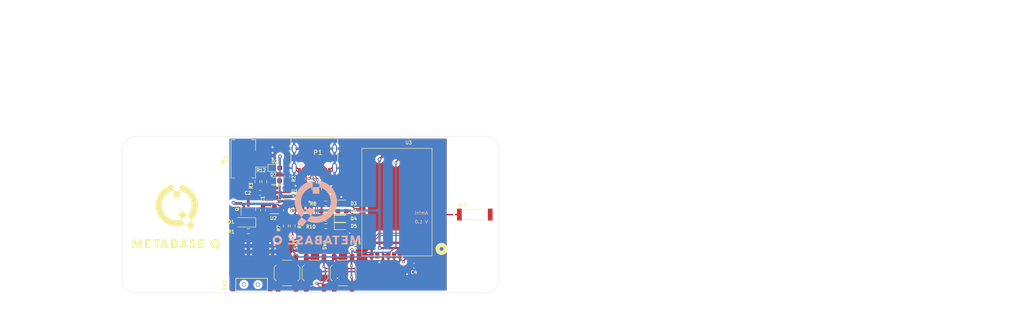
<source format=kicad_pcb>
(kicad_pcb (version 20211014) (generator pcbnew)
  (title_block (title "Hunter Cat NFC") (date "2021-01-20") (rev "v1.3") (company "Electronic Cats") (comment 1 "Eduardo Contreras"))
  (layers (0 "F.Cu" signal) (31 "B.Cu" signal) (34 "B.Paste" user) (35 "F.Paste" user) (36 "B.SilkS" user "B.Silkscreen") (37 "F.SilkS" user "F.Silkscreen") (38 "B.Mask" user) (39 "F.Mask" user) (44 "Edge.Cuts" user))
  (net 0 "")
  (net 1 "Net-(C1-Pad1)")
  (net 2 "GND")
  (net 3 "+BATT")
  (net 4 "+3V3")
  (net 5 "VBUS")
  (net 6 "Net-(D2-Pad1)")
  (net 7 "Net-(D3-Pad1)")
  (net 8 "/D13")
  (net 9 "Net-(D4-Pad1)")
  (net 10 "/D10")
  (net 11 "Net-(D5-Pad1)")
  (net 12 "/D11")
  (net 13 "Net-(D6-Pad1)")
  (net 14 "/D12")
  (net 15 "/D-")
  (net 16 "/D+")
  (net 17 "Net-(R2-Pad1)")
  (net 18 "/A0")
  (net 19 "/RST")
  (net 28 "Net-(U3-Pad15)")
  (net 32 "/D9")
  (net 33 "/D8")
  (net 44 "Net-(D1-Pad1)")
  (net 45 "Net-(D7-Pad2)")
  (net 46 "Net-(P1-PadA5)")
  (net 47 "Net-(P1-PadB5)")
  (net 48 "Net-(R12-Pad1)")
  (footprint "MountingHole:MountingHole_2.2mm_M2" (layer "F.Cu") (at 186.34 48.52)
    (fp_text reference "H3")
    (fp_text value "MountingHole")
  )
  (footprint "Capacitor_SMD:C_0603_1608Metric_Pad1.08x0.95mm_HandSolder" (layer "F.Cu") (at 171.14 73.18 180)
    (fp_text reference "C4")
    (fp_text value "0.1uF")
  )
  (footprint "Resistor_SMD:R_0603_1608Metric_Pad0.98x0.95mm_HandSolder" (layer "F.Cu") (at 137.67 55.2 90)
    (fp_text reference "R3")
    (fp_text value "1K")
  )
  (footprint "Diode_SMD:D_SOD-123" (layer "F.Cu") (at 135.07 63.92 180)
    (fp_text reference "D1")
    (fp_text value "MBR120")
  )
  (footprint "BLEscanner:Micro_interruptor_SPDT" (layer "F.Cu") (at 132.545 78.5825 90)
    (fp_text reference "SW2")
    (fp_text value "ON")
  )
  (footprint "BLEscanner:RAK4630" (layer "F.Cu") (at 167.51 59.6 90)
    (fp_text reference "U3")
    (fp_text value "RAK4630")
  )
  (footprint "MountingHole:MountingHole_2.2mm_M2" (layer "F.Cu") (at 186.34 76.01)
    (fp_text reference "H4")
    (fp_text value "MountingHole")
  )
  (footprint "Resistor_SMD:R_0603_1608Metric_Pad0.98x0.95mm_HandSolder" (layer "F.Cu") (at 144.03 54.16 90)
    (fp_text reference "R2")
    (fp_text value "2.2K")
  )
  (footprint "BLEscanner:metabaseQ_18_14" (layer "F.Cu") (at 120.26 62.79)
    (fp_text reference "G***" hide)
    (fp_text value "LOGO" hide)
  )
  (footprint "LED_SMD:LED_0603_1608Metric_Pad1.05x0.95mm_HandSolder" (layer "F.Cu") (at 155.77375 61.53)
    (fp_text reference "D6")
    (fp_text value "USR2")
  )
  (footprint "Resistor_SMD:R_0603_1608Metric_Pad0.98x0.95mm_HandSolder" (layer "F.Cu") (at 151.87 56.72 90)
    (fp_text reference "R4")
    (fp_text value "5.1k")
  )
  (footprint "Button_Switch_SMD:SW_SPST_TL3342" (layer "F.Cu") (at 156 74.75 90)
    (fp_text reference "SW1")
    (fp_text value "RESET")
  )
  (footprint "Package_TO_SOT_SMD:SOT-23" (layer "F.Cu") (at 135.73 60.81 90)
    (fp_text reference "Q1")
    (fp_text value "DMG3415U-7")
  )
  (footprint "Resistor_SMD:R_0603_1608Metric_Pad0.98x0.95mm_HandSolder" (layer "F.Cu") (at 139.14 55.2 90)
    (fp_text reference "R12")
    (fp_text value "1K")
  )
  (footprint "Capacitor_SMD:C_0603_1608Metric_Pad1.08x0.95mm_HandSolder" (layer "F.Cu") (at 138.27 57.59)
    (fp_text reference "C2")
    (fp_text value "10uF")
  )
  (footprint "LED_SMD:LED_0603_1608Metric_Pad1.05x0.95mm_HandSolder" (layer "F.Cu") (at 155.77375 59.91)
    (fp_text reference "D3")
    (fp_text value "USR1")
  )
  (footprint "Resistor_SMD:R_0603_1608Metric_Pad0.98x0.95mm_HandSolder" (layer "F.Cu") (at 152.2725 63.15 180)
    (fp_text reference "R9")
    (fp_text value "1K")
  )
  (footprint "Capacitor_SMD:C_0603_1608Metric_Pad1.08x0.95mm_HandSolder" (layer "F.Cu") (at 143.74125 61.365 -90)
    (fp_text reference "C3")
    (fp_text value "10uF")
  )
  (footprint "Connector_JST:JST_PH_B2B-PH-SM4-TB_1x02-1MP_P2.00mm_Vertical" (layer "F.Cu") (at 136.42 50.35 90)
    (fp_text reference "J1")
    (fp_text value "Conn_Battery")
  )
  (footprint "MountingHole:MountingHole_2.2mm_M2" (layer "F.Cu") (at 111.65 76.02)
    (fp_text reference "H2")
    (fp_text value "MountingHole")
  )
  (footprint "Button_Switch_SMD:SW_SPST_TL3342" (layer "F.Cu") (at 150 74.75 90)
    (fp_text reference "SW4")
    (fp_text value "D8")
  )
  (footprint "Resistor_SMD:R_0603_1608Metric_Pad0.98x0.95mm_HandSolder" (layer "F.Cu") (at 135.77 65.82)
    (fp_text reference "R1")
    (fp_text value "100K")
  )
  (footprint "LED_SMD:LED_0603_1608Metric_Pad1.05x0.95mm_HandSolder" (layer "F.Cu") (at 155.77375 64.74)
    (fp_text reference "D5")
    (fp_text value "USR4")
  )
  (footprint "Connectors:C393939" (layer "F.Cu") (at 149.85 52.31 180)
    (fp_text reference "P1")
    (fp_text value "USB_C_Plug_USB2.0")
  )
  (footprint "Package_TO_SOT_SMD:SOT-23-5" (layer "F.Cu") (at 142.57 57.54)
    (fp_text reference "U1")
    (fp_text value "MCP73831-3-OT")
  )
  (footprint "LED_SMD:LED_0603_1608Metric_Pad1.05x0.95mm_HandSolder" (layer "F.Cu") (at 141.5375 55.04 180)
    (fp_text reference "D7")
    (fp_text value "DONE")
  )
  (footprint "LED_SMD:LED_0603_1608Metric_Pad1.05x0.95mm_HandSolder" (layer "F.Cu") (at 155.77375 63.15)
    (fp_text reference "D4")
    (fp_text value "USR3")
  )
  (footprint "Resistor_SMD:R_0603_1608Metric_Pad0.98x0.95mm_HandSolder" (layer "F.Cu") (at 148.79 56.72 90)
    (fp_text reference "R5")
    (fp_text value "5.1k")
  )
  (footprint "Button_Switch_SMD:SW_SPST_TL3342" (layer "F.Cu") (at 144 74.75 90)
    (fp_text reference "SW3")
    (fp_text value "D9")
  )
  (footprint "Package_DFN_QFN:DFN-6-1EP_2x2mm_P0.65mm_EP1x1.6mm" (layer "F.Cu") (at 141.31125 60.975)
    (fp_text reference "U2")
    (fp_text value "MCP1700_DFN6")
  )
  (footprint "Resistor_SMD:R_0603_1608Metric_Pad0.98x0.95mm_HandSolder" (layer "F.Cu") (at 152.22 61.53 180)
    (fp_text reference "R11")
    (fp_text value "1K")
  )
  (footprint "BLEscanner:XDCR_ANT-2.45-CHP-T" (layer "F.Cu") (at 184.1575 62.265)
    (fp_text reference "AE1")
    (fp_text value "Antenna")
  )
  (footprint "LED_SMD:LED_0603_1608Metric_Pad1.05x0.95mm_HandSolder" (layer "F.Cu") (at 141.58 52.28)
    (fp_text reference "D2")
    (fp_text value "CHR")
  )
  (footprint "Resistor_SMD:R_0603_1608Metric_Pad0.98x0.95mm_HandSolder" (layer "F.Cu") (at 143.75 64.6875 90)
    (fp_text reference "R7")
    (fp_text value "100K")
  )
  (footprint "Resistor_SMD:R_0603_1608Metric_Pad0.98x0.95mm_HandSolder" (layer "F.Cu") (at 145.2 64.6875 -90)
    (fp_text reference "R6")
    (fp_text value "100K")
  )
  (footprint "Resistor_SMD:R_0603_1608Metric_Pad0.98x0.95mm_HandSolder" (layer "F.Cu") (at 152.27 59.9 180)
    (fp_text reference "R8")
    (fp_text value "1K")
  )
  (footprint "Capacitor_SMD:C_0603_1608Metric_Pad1.08x0.95mm_HandSolder" (layer "F.Cu") (at 138.87125 61.355 -90)
    (fp_text reference "C1")
    (fp_text value "10uF")
  )
  (footprint "MountingHole:MountingHole_2.2mm_M2" (layer "F.Cu") (at 111.65 48.52)
    (fp_text reference "H1")
    (fp_text value "MountingHole")
  )
  (footprint "Resistor_SMD:R_0603_1608Metric_Pad0.98x0.95mm_HandSolder" (layer "F.Cu") (at 152.31 64.74 180)
    (fp_text reference "R10")
    (fp_text value "1K")
  )
  (footprint "BLEscanner:metabaseQ_18_14" (layer "B.Cu") (at 150.33 62.02 180)
    (fp_text reference "G***" hide)
    (fp_text value "LOGO" hide)
  )
  (gr_line (start 186.34 79.01) (end 111.65 79.01) (layer "Edge.Cuts") (width 0.05))
  (gr_arc (start 186.34 45.52) (mid 188.46132 46.39868) (end 189.34 48.52) (layer "Edge.Cuts") (width 0.05))
  (gr_arc (start 189.34 76.01) (mid 188.46132 78.13132) (end 186.34 79.01) (layer "Edge.Cuts") (width 0.05))
  (gr_line (start 189.34 48.52) (end 189.34 76.01) (layer "Edge.Cuts") (width 0.05))
  (gr_line (start 108.65 76.01) (end 108.65 48.52) (layer "Edge.Cuts") (width 0.05))
  (gr_arc (start 111.65 79.01) (mid 109.52868 78.13132) (end 108.65 76.01) (layer "Edge.Cuts") (width 0.05))
  (gr_arc (start 108.65 48.52) (mid 109.52868 46.39868) (end 111.65 45.52) (layer "Edge.Cuts") (width 0.05))
  (gr_line (start 111.65 45.52) (end 186.34 45.52) (layer "Edge.Cuts") (width 0.05))
  (gr_text "V 1.0" (at 172.72 63.82) (layer "B.SilkS") (effects (font (size 0.7 0.7) (thickness 0.12)) (justify mirror)))
  (gr_text "Amini" (at 172.72 61.9) (layer "B.SilkS") (effects (font (size 0.7 0.7) (thickness 0.12)) (justify mirror)))
  (gr_text "+" (at 130.25 51.02) (layer "F.SilkS") (effects (font (size 1 1) (thickness 0.25)) (justify mirror)))
  (segment (start 137.75 61.61375) (end 138.87125 60.4925) (width 0.5) (layer "F.Cu") (net 1))
  (segment (start 138.545 75.3825) (end 139.09 74.8375) (width 0.5) (layer "F.Cu") (net 1))
  (segment (start 137.75 63.65) (end 137.75 61.61375) (width 0.5) (layer "F.Cu") (net 1))
  (segment (start 140.26125 60.325) (end 139.03875 60.325) (width 0.25) (layer "F.Cu") (net 1))
  (segment (start 139.03875 60.325) (end 138.87125 60.4925) (width 0.25) (layer "F.Cu") (net 1))
  (segment (start 139.09 74.8375) (end 139.09 64.99) (width 0.5) (layer "F.Cu") (net 1))
  (segment (start 139.09 64.99) (end 137.75 63.65) (width 0.5) (layer "F.Cu") (net 1))
  (segment (start 154.16 72.2) (end 154.16 71.66) (width 0.35) (layer "F.Cu") (net 2))
  (segment (start 141.4325 57.54) (end 139.0925 57.54) (width 0.25) (layer "F.Cu") (net 2))
  (segment (start 169.6875 75.0125) (end 169.68 75.02) (width 0.5) (layer "F.Cu") (net 2))
  (segment (start 169.6875 73.77) (end 169.6875 75.0125) (width 0.5) (layer "F.Cu") (net 2))
  (segment (start 154.16 71.66) (end 154.1 71.6) (width 0.35) (layer "F.Cu") (net 2))
  (segment (start 153.05 53.135) (end 153.345 53.135) (width 0.25) (layer "F.Cu") (net 2))
  (segment (start 142.315 53.925) (end 142.34 53.9) (width 0.25) (layer "F.Cu") (net 2))
  (segment (start 142.34 53.9) (end 143.0675 53.9) (width 0.3) (layer "F.Cu") (net 2))
  (segment (start 146.355 53.135) (end 145.53 52.31) (width 0.25) (layer "F.Cu") (net 2))
  (segment (start 157.85 65.8) (end 157.4 66.25) (width 0.3) (layer "F.Cu") (net 2))
  (segment (start 140.26125 62.595) (end 140.43125 62.765) (width 0.25) (layer "F.Cu") (net 2))
  (segment (start 151.87 57.6325) (end 151.87 57.4) (width 0.5) (layer "F.Cu") (net 2))
  (segment (start 154.1 77.9) (end 154.1 76.58) (width 0.35) (layer "F.Cu") (net 2))
  (segment (start 148.79 58.93) (end 148.79 57.7425) (width 0.25) (layer "F.Cu") (net 2))
  (segment (start 143.75 62.23625) (end 143.74125 62.2275) (width 0.3) (layer "F.Cu") (net 2))
  (segment (start 160.14 65.8) (end 157.85 65.8) (width 0.3) (layer "F.Cu") (net 2))
  (segment (start 136.92 51.35) (end 139.78 51.35) (width 0.5) (layer "F.Cu") (net 2))
  (segment (start 143.75 63.775) (end 143.75 62.23625) (width 0.3) (layer "F.Cu") (net 2))
  (segment (start 143.0675 53.9) (end 143.93 53.0375) (width 0.3) (layer "F.Cu") (net 2))
  (segment (start 136.87048 55.24952) (end 136.51 55.61) (width 0.25) (layer "F.Cu") (net 2))
  (segment (start 154.1 76.58) (end 154.79 75.89) (width 0.35) (layer "F.Cu") (net 2))
  (segment (start 153.345 53.135) (end 154.17 52.31) (width 0.25) (layer "F.Cu") (net 2))
  (segment (start 165.7 71.84) (end 165.7 70.97) (width 0.35) (layer "F.Cu") (net 2))
  (segment (start 140.26125 61.625) (end 140.26125 62.595) (width 0.25) (layer "F.Cu") (net 2))
  (segment (start 170.5 70.97) (end 170.5 72.9575) (width 0.5) (layer "F.Cu") (net 2))
  (segment (start 163.77 72.46) (end 165.08 72.46) (width 0.35) (layer "F.Cu") (net 2))
  (segment (start 136.92 51.35) (end 136.87048 51.39952) (width 0.25) (layer "F.Cu") (net 2))
  (segment (start 170.5 72.9575) (end 169.6875 73.77) (width 0.5) (layer "F.Cu") (net 2))
  (segment (start 136.87048 51.39952) (end 136.87048 55.24952) (width 0.25) (layer "F.Cu") (net 2))
  (segment (start 139.0925 57.54) (end 139.0425 57.59) (width 0.25) (layer "F.Cu") (net 2))
  (segment (start 165.08 72.46) (end 165.7 71.84) (width 0.35) (layer "F.Cu") (net 2))
  (segment (start 139.78 51.35) (end 140.91 50.22) (width 0.5) (layer "F.Cu") (net 2))
  (segment (start 146.65 53.135) (end 146.355 53.135) (width 0.25) (layer "F.Cu") (net 2))
  (via (at 169.68 75.02) (size 0.8) (drill 0.4) (layers "F.Cu" "B.Cu") (net 2))
  (via (at 141.48 69.51) (size 0.8) (drill 0.4) (layers "F.Cu" "B.Cu") (net 2))
  (via (at 135.17 70.8) (size 0.8) (drill 0.4) (layers "F.Cu" "B.Cu") (net 2))
  (via (at 148.8 59.5) (size 0.8) (drill 0.4) (layers "F.Cu" "B.Cu") (net 2))
  (via (at 157.4 66.25) (size 0.6) (drill 0.3) (layers "F.Cu" "B.Cu") (net 2))
  (via (at 141.49 70.78) (size 0.8) (drill 0.4) (layers "F.Cu" "B.Cu") (net 2))
  (via (at 136.36 70.8) (size 0.8) (drill 0.4) (layers "F.Cu" "B.Cu") (net 2))
  (via (at 153.3 57.9) (size 0.8) (drill 0.4) (layers "F.Cu" "B.Cu") (net 2))
  (via (at 145.81 56.09) (size 0.8) (drill 0.4) (layers "F.Cu" "B.Cu") (net 2))
  (via (at 154.16 72.2) (size 0.6) (drill 0.3) (layers "F.Cu" "B.Cu") (net 2))
  (via (at 163.77 72.46) (size 0.8) (drill 0.4) (layers "F.Cu" "B.Cu") (net 2))
  (via (at 154.79 75.89) (size 0.6) (drill 0.3) (layers "F.Cu" "B.Cu") (net 2))
  (via (at 140.91 47.87) (size 0.8) (drill 0.4) (layers "F.Cu" "B.Cu") (net 2))
  (via (at 141.49 68.35) (size 0.8) (drill 0.4) (layers "F.Cu" "B.Cu") (net 2))
  (via (at 140.38 69.52) (size 0.8) (drill 0.4) (layers "F.Cu" "B.Cu") (net 2))
  (via (at 135.15 68.36) (size 0.8) (drill 0.4) (layers "F.Cu" "B.Cu") (net 2))
  (via (at 140.91 49.04) (size 0.8) (drill 0.4) (layers "F.Cu" "B.Cu") (net 2))
  (via (at 136.36 69.57) (size 0.8) (drill 0.4) (layers "F.Cu" "B.Cu") (net 2))
  (via (at 136.35 68.36) (size 0.8) (drill 0.4) (layers "F.Cu" "B.Cu") (net 2))
  (via (at 140.38 68.35) (size 0.8) (drill 0.4) (layers "F.Cu" "B.Cu") (net 2))
  (via (at 155.615 58.51) (size 0.8) (drill 0.4) (layers "F.Cu" "B.Cu") (net 2))
  (via (at 140.38 70.78) (size 0.8) (drill 0.4) (layers "F.Cu" "B.Cu") (net 2))
  (via (at 140.91 50.22) (size 0.8) (drill 0.4) (layers "F.Cu" "B.Cu") (net 2))
  (via (at 135.16 69.57) (size 0.8) (drill 0.4) (layers "F.Cu" "B.Cu") (net 2))
  (segment (start 140.23 68.35) (end 140.22 68.34) (width 0.25) (layer "B.Cu") (net 2))
  (segment (start 136.37 68.34) (end 136.35 68.36) (width 0.25) (layer "B.Cu") (net 2))
  (segment (start 140.38 68.35) (end 140.23 68.35) (width 0.25) (layer "B.Cu") (net 2))
  (segment (start 149.37 59.51) (end 149.34 59.48) (width 0.5) (layer "B.Cu") (net 2))
  (segment (start 141.4325 58.49) (end 142.3525 59.41) (width 0.5) (layer "F.Cu") (net 3))
  (segment (start 138.8575 59.04) (end 137.4075 57.59) (width 0.5) (layer "F.Cu") (net 3))
  (segment (start 135.77 59.8325) (end 135.73 59.8725) (width 0.35) (layer "F.Cu") (net 3))
  (segment (start 135.31 57.59) (end 133.97 57.59) (width 0.5) (layer "F.Cu") (net 3))
  (segment (start 145.68 60.13) (end 145.68 63.295) (width 0.5) (layer "F.Cu") (net 3))
  (segment (start 135.31 57.59) (end 135.41 57.59) (width 0.5) (layer "F.Cu") (net 3))
  (segment (start 145.68 63.295) (end 145.2 63.775) (width 0.5) (layer "F.Cu") (net 3))
  (segment (start 141.4325 58.49) (end 140.8825 59.04) (width 0.5) (layer "F.Cu") (net 3))
  (segment (start 133.81 49.35) (end 136.92 49.35) (width 0.5) (layer "F.Cu") (net 3))
  (segment (start 133.675 57.295) (end 132.12 55.74) (width 0.5) (layer "F.Cu") (net 3))
  (segment (start 135.86 57.91) (end 136.18 57.59) (width 0.35) (layer "F.Cu") (net 3))
  (segment (start 142.3525 59.41) (end 144.96 59.41) (width 0.5) (layer "F.Cu") (net 3))
  (segment (start 137.4075 57.59) (end 136.18 57.59) (width 0.5) (layer "F.Cu") (net 3))
  (segment (start 133.97 57.59) (end 133.675 57.295) (width 0.5) (layer "F.Cu") (net 3))
  (segment (start 136.18 57.59) (end 135.77 57.59) (width 0.5) (layer "F.Cu") (net 3))
  (segment (start 135.77 57.59) (end 135.77 59.8325) (width 0.35) (layer "F.Cu") (net 3))
  (segment (start 135.73 57.91) (end 135.73 57.63) (width 0.35) (layer "F.Cu") (net 3))
  (segment (start 132.12 55.74) (end 132.12 51.04) (width 0.5) (layer "F.Cu") (net 3))
  (segment (start 135.73 57.63) (end 135.77 57.59) (width 0.35) (layer "F.Cu") (net 3))
  (segment (start 135.41 57.59) (end 135.73 57.91) (width 0.5) (layer "F.Cu") (net 3))
  (segment (start 135.77 57.59) (end 135.31 57.59) (width 0.5) (layer "F.Cu") (net 3))
  (segment (start 140.8825 59.04) (end 138.8575 59.04) (width 0.5) (layer "F.Cu") (net 3))
  (segment (start 132.12 51.04) (end 133.81 49.35) (width 0.5) (layer "F.Cu") (net 3))
  (segment (start 135.73 57.91) (end 135.86 57.91) (width 0.35) (layer "F.Cu") (net 3))
  (segment (start 144.96 59.41) (end 145.68 60.13) (width 0.5) (layer "F.Cu") (net 3))
  (segment (start 164.56 48.23) (end 163.7 48.23) (width 0.5) (layer "F.Cu") (net 4))
  (segment (start 163.78 50.44) (end 164.56 49.66) (width 0.5) (layer "F.Cu") (net 4))
  (segment (start 164.56 49.66) (end 164.56 48.23) (width 0.5) (layer "F.Cu") (net 4))
  (segment (start 144.9805 61.42) (end 144.9805 60.8905) (width 0.5) (layer "F.Cu") (net 4))
  (segment (start 144.9805 60.8905) (end 144.5925 60.5025) (width 0.5) (layer "F.Cu") (net 4))
  (segment (start 171.7 70.97) (end 171.7 70.270978) (width 0.5) (layer "F.Cu") (net 4))
  (segment (start 143.74125 60.5025) (end 143.56375 60.325) (width 0.25) (layer "F.Cu") (net 4))
  (segment (start 144.5925 60.5025) (end 143.74125 60.5025) (width 0.5) (layer "F.Cu") (net 4))
  (segment (start 170.859022 69.43) (end 163.82 69.43) (width 0.5) (layer "F.Cu") (net 4))
  (segment (start 143.56375 60.325) (end 142.36125 60.325) (width 0.25) (layer "F.Cu") (net 4))
  (segment (start 171.7 72.8775) (end 171.7 70.97) (width 0.5) (layer "F.Cu") (net 4))
  (segment (start 171.7 70.97) (end 172.9 70.97) (width 0.5) (layer "F.Cu") (net 4))
  (segment (start 171.7 70.270978) (end 170.859022 69.43) (width 0.5) (layer "F.Cu") (net 4))
  (segment (start 172.0025 73.18) (end 171.7 72.8775) (width 0.5) (layer "F.Cu") (net 4))
  (via (at 144.9805 61.42) (size 0.6) (drill 0.3) (layers "F.Cu" "B.Cu") (net 4))
  (via (at 163.78 50.44) (size 0.8) (drill 0.4) (layers "F.Cu" "B.Cu") (net 4))
  (via (at 163.82 69.43) (size 0.8) (drill 0.4) (layers "F.Cu" "B.Cu") (net 4))
  (segment (start 144.9805 61.42) (end 145.0105 61.39) (width 0.5) (layer "B.Cu") (net 4))
  (segment (start 163.78 61.85) (end 163.78 61.39) (width 0.5) (layer "B.Cu") (net 4))
  (segment (start 163.78 61.06) (end 163.78 50.44) (width 0.5) (layer "B.Cu") (net 4))
  (segment (start 163.82 69.43) (end 163.78 69.39) (width 0.5) (layer "B.Cu") (net 4))
  (segment (start 163.78 61.39) (end 163.35 61.39) (width 0.5) (layer "B.Cu") (net 4))
  (segment (start 163.78 61.39) (end 163.78 61.06) (width 0.5) (layer "B.Cu") (net 4))
  (segment (start 163.35 61.39) (end 163.45 61.39) (width 0.5) (layer "B.Cu") (net 4))
  (segment (start 163.45 61.39) (end 163.78 61.06) (width 0.5) (layer "B.Cu") (net 4))
  (segment (start 163.35 61.39) (end 163.78 61.82) (width 0.5) (layer "B.Cu") (net 4))
  (segment (start 163.78 61.82) (end 163.78 61.85) (width 0.5) (layer "B.Cu") (net 4))
  (segment (start 145.0105 61.39) (end 163.35 61.39) (width 0.5) (layer "B.Cu") (net 4))
  (segment (start 163.78 69.39) (end 163.78 61.85) (width 0.5) (layer "B.Cu") (net 4))
  (segment (start 134.2 59.82) (end 134.78 60.4) (width 0.5) (layer "F.Cu") (net 5))
  (segment (start 133.42 65.31) (end 133.93 65.82) (width 0.5) (layer "F.Cu") (net 5))
  (segment (start 147.45 66.9) (end 147.45 57.75) (width 0.5) (layer "F.Cu") (net 5))
  (segment (start 134.1 63.92) (end 133.42 63.92) (width 0.5) (layer "F.Cu") (net 5))
  (segment (start 147.45 53.135) (end 147.45 52.337557) (width 0.25) (layer "F.Cu") (net 5))
  (segment (start 145.39 58.26) (end 147.23 58.26) (width 0.5) (layer "F.Cu") (net 5))
  (segment (start 132.56 59.72) (end 132.66 59.82) (width 0.5) (layer "F.Cu") (net 5))
  (segment (start 152.25 52.337557) (end 152.25 53.135) (width 0.25) (layer "F.Cu") (net 5))
  (segment (start 147.45 58.04) (end 147.45 57.75) (width 0.5) (layer "F.Cu") (net 5))
  (segment (start 148.85 68.3) (end 147.45 66.9) (width 0.5) (layer "F.Cu") (net 5))
  (segment (start 142.455 52.28) (end 142.455 50.1) (width 0.5) (layer "F.Cu") (net 5))
  (segment (start 174.02 68.3) (end 148.85 68.3) (width 0.5) (layer "F.Cu") (net 5))
  (segment (start 147.45 52.337557) (end 148.282077 51.50548) (width 0.25) (layer "F.Cu") (net 5))
  (segment (start 145.16 58.49) (end 143.7075 58.49) (width 0.5) (layer "F.Cu") (net 5))
  (segment (start 134.78 60.4) (end 134.78 61.7475) (width 0.5) (layer "F.Cu") (net 5))
  (segment (start 134.78 63.24) (end 134.1 63.92) (width 0.5) (layer "F.Cu") (net 5))
  (segment (start 148.282077 51.50548) (end 151.417923 51.50548) (width 0.25) (layer "F.Cu") (net 5))
  (segment (start 147.23 58.26) (end 147.45 58.04) (width 0.5) (layer "F.Cu") (net 5))
  (segment (start 134.78 61.7475) (end 134.78 63.24) (width 0.5) (layer "F.Cu") (net 5))
  (segment (start 133.42 63.92) (end 133.42 65.31) (width 0.5) (layer "F.Cu") (net 5))
  (segment (start 145.39 58.26) (end 145.16 58.49) (width 0.5) (layer "F.Cu") (net 5))
  (segment (start 151.417923 51.50548) (end 152.25 52.337557) (width 0.25) (layer "F.Cu") (net 5))
  (segment (start 147.45 57.75) (end 147.45 53.135) (width 0.5) (layer "F.Cu") (net 5))
  (segment (start 133.93 65.82) (end 134.8575 65.82) (width 0.5) (layer "F.Cu") (net 5))
  (segment (start 132.66 59.82) (end 134.2 59.82) (width 0.5) (layer "F.Cu") (net 5))
  (via (at 145.39 58.26) (size 0.8) (drill 0.4) (layers "F.Cu" "B.Cu") (net 5))
  (via (at 142.51 49.83) (size 0.8) (drill 0.4) (layers "F.Cu" "B.Cu") (net 5))
  (via (at 132.56 59.72) (size 0.8) (drill 0.4) (layers "F.Cu" "B.Cu") (net 5))
  (segment (start 145.39 58.26) (end 145.38 58.25) (width 0.5) (layer "B.Cu") (net 5))
  (segment (start 142.43 57.57) (end 142.43 58.25) (width 0.5) (layer "B.Cu") (net 5))
  (segment (start 142.43 57.7) (end 142.98 58.25) (width 0.5) (layer "B.Cu") (net 5))
  (segment (start 142.43 49.91) (end 142.43 57.57) (width 0.5) (layer "B.Cu") (net 5))
  (segment (start 142.51 49.83) (end 142.43 49.91) (width 0.5) (layer "B.Cu") (net 5))
  (segment (start 142.43 59.51) (end 142.43 58.9) (width 0.5) (layer "B.Cu") (net 5))
  (segment (start 132.8 59.96) (end 141.98 59.96) (width 0.5) (layer "B.Cu") (net 5))
  (segment (start 142.43 58.9) (end 142.43 58.8) (width 0.5) (layer "B.Cu") (net 5))
  (segment (start 142.43 57.57) (end 142.43 57.7) (width 0.5) (layer "B.Cu") (net 5))
  (segment (start 142.43 58.9) (end 142.43 58.25) (width 0.5) (layer "B.Cu") (net 5))
  (segment (start 142.43 58.25) (end 142.98 58.25) (width 0.5) (layer "B.Cu") (net 5))
  (segment (start 142.43 58.8) (end 142.98 58.25) (width 0.5) (layer "B.Cu") (net 5))
  (segment (start 141.98 59.96) (end 142.43 59.51) (width 0.5) (layer "B.Cu") (net 5))
  (segment (start 145.38 58.25) (end 142.98 58.25) (width 0.5) (layer "B.Cu") (net 5))
  (segment (start 132.56 59.72) (end 132.8 59.96) (width 0.5) (layer "B.Cu") (net 5))
  (segment (start 137.57 53.32) (end 138.61 52.28) (width 0.25) (layer "F.Cu") (net 6))
  (segment (start 138.61 52.28) (end 140.705 52.28) (width 0.25) (layer "F.Cu") (net 6))
  (segment (start 137.57 54.2875) (end 137.57 53.32) (width 0.25) (layer "F.Cu") (net 6))
  (segment (start 153.1825 59.9) (end 154.7575 59.9) (width 0.25) (layer "F.Cu") (net 7))
  (segment (start 157.34 59.91) (end 158.43 61) (width 0.3) (layer "F.Cu") (net 8))
  (segment (start 158.43 61) (end 160.14 61) (width 0.3) (layer "F.Cu") (net 8))
  (segment (start 156.64875 59.91) (end 157.34 59.91) (width 0.3) (layer "F.Cu") (net 8))
  (segment (start 153.185 63.15) (end 154.7625 63.15) (width 0.25) (layer "F.Cu") (net 9))
  (segment (start 160.14 63.4) (end 157.92 63.4) (width 0.3) (layer "F.Cu") (net 10))
  (segment (start 157.92 63.4) (end 157.67 63.15) (width 0.3) (layer "F.Cu") (net 10))
  (segment (start 157.67 63.15) (end 156.64875 63.15) (width 0.3) (layer "F.Cu") (net 10))
  (segment (start 153.2225 64.74) (end 154.81 64.74) (width 0.25) (layer "F.Cu") (net 11))
  (segment (start 156.78875 64.6) (end 156.69875 64.69) (width 0.3) (layer "F.Cu") (net 12))
  (segment (start 160.14 64.6) (end 156.78875 64.6) (width 0.3) (layer "F.Cu") (net 12))
  (segment (start 153.1325 61.53) (end 154.7475 61.53) (width 0.25) (layer "F.Cu") (net 13))
  (segment (start 157.45 61.53) (end 156.64875 61.53) (width 0.3) (layer "F.Cu") (net 14))
  (segment (start 160.14 62.2) (end 158.12 62.2) (width 0.3) (layer "F.Cu") (net 14))
  (segment (start 158.12 62.2) (end 157.45 61.53) (width 0.3) (layer "F.Cu") (net 14))
  (segment (start 163.7932 66.725) (end 162.8432 67.675) (width 0.2) (layer "F.Cu") (net 15))
  (segment (start 150.108963 55.236076) (end 149.6 54.727113) (width 0.2) (layer "F.Cu") (net 15))
  (segment (start 174.88 67.1) (end 173.044999 67.1) (width 0.2) (layer "F.Cu") (net 15))
  (segment (start 150.6 53.135) (end 150.6 52) (width 0.2) (layer "F.Cu") (net 15))
  (segment (start 149.6 52.15) (end 149.6 53.135) (width 0.2) (layer "F.Cu") (net 15))
  (segment (start 162.8432 67.675) (end 151.4068 67.675) (width 0.2) (layer "F.Cu") (net 15))
  (segment (start 150.108963 66.377163) (end 150.108963 55.236076) (width 0.2) (layer "F.Cu") (net 15))
  (segment (start 150.6 52) (end 150.55 51.95) (width 0.2) (layer "F.Cu") (net 15))
  (segment (start 151.4068 67.675) (end 150.108963 66.377163) (width 0.2) (layer "F.Cu") (net 15))
  (segment (start 173.044999 67.1) (end 172.669999 66.725) (width 0.2) (layer "F.Cu") (net 15))
  (segment (start 150.55 51.95) (end 149.8 51.95) (width 0.2) (layer "F.Cu") (net 15))
  (segment (start 149.8 51.95) (end 149.6 52.15) (width 0.2) (layer "F.Cu") (net 15))
  (segment (start 172.669999 66.725) (end 163.7932 66.725) (width 0.2) (layer "F.Cu") (net 15))
  (segment (start 149.6 54.727113) (end 149.6 53.135) (width 0.2) (layer "F.Cu") (net 15))
  (segment (start 150.558963 54.658963) (end 150.1 54.2) (width 0.2) (layer "F.Cu") (net 16))
  (segment (start 163.6068 66.275) (end 162.6568 67.225) (width 0.2) (layer "F.Cu") (net 16))
  (segment (start 150.558963 66.190763) (end 150.558963 54.658963) (width 0.2) (layer "F.Cu") (net 16))
  (segment (start 150.1 54.2) (end 150.1 53.135) (width 0.2) (layer "F.Cu") (net 16))
  (segment (start 173.044999 65.9) (end 172.669999 66.275) (width 0.2) (layer "F.Cu") (net 16))
  (segment (start 162.6568 67.225) (end 151.5932 67.225) (width 0.2) (layer "F.Cu") (net 16))
  (segment (start 174.88 65.9) (end 173.044999 65.9) (width 0.2) (layer "F.Cu") (net 16))
  (segment (start 172.669999 66.275) (end 163.6068 66.275) (width 0.2) (layer "F.Cu") (net 16))
  (segment (start 149.1 53.135) (end 149.1 54.1745) (width 0.2) (layer "F.Cu") (net 16))
  (segment (start 151.5932 67.225) (end 150.558963 66.190763) (width 0.2) (layer "F.Cu") (net 16))
  (segment (start 149.1 54.1745) (end 148.6745 54.6) (width 0.2) (layer "F.Cu") (net 16))
  (via (at 148.6745 54.6) (size 0.6) (drill 0.3) (layers "F.Cu" "B.Cu") (net 16))
  (via (at 150.525 54.875) (size 0.6) (drill 0.3) (layers "F.Cu" "B.Cu") (net 16))
  (segment (start 150.25 54.6) (end 150.525 54.875) (width 0.2) (layer "B.Cu") (net 16))
  (segment (start 150.525 54.875) (end 150.6 54.95) (width 0.2) (layer "B.Cu") (net 16))
  (segment (start 148.6745 54.6) (end 150.25 54.6) (width 0.2) (layer "B.Cu") (net 16))
  (segment (start 143.93 56.3675) (end 143.7075 56.59) (width 0.25) (layer "F.Cu") (net 17))
  (segment (start 143.93 54.8625) (end 143.93 56.3675) (width 0.25) (layer "F.Cu") (net 17))
  (segment (start 168.88 72.19) (end 169.3 71.77) (width 0.3) (layer "F.Cu") (net 18))
  (segment (start 143.75 65.6) (end 143.6 65.6) (width 0.3) (layer "F.Cu") (net 18))
  (segment (start 168.88 72.37) (end 168.88 72.19) (width 0.3) (layer "F.Cu") (net 18))
  (segment (start 169.3 71.77) (end 169.3 70.97) (width 0.3) (layer "F.Cu") (net 18))
  (segment (start 145.2 66.85) (end 145.2 65.6) (width 0.3) (layer "F.Cu") (net 18))
  (segment (start 145.2 65.6) (end 143.75 65.6) (width 0.3) (layer "F.Cu") (net 18))
  (via (at 168.88 72.37) (size 0.6) (drill 0.3) (layers "F.Cu" "B.Cu") (net 18))
  (via (at 145.2 66.85) (size 0.6) (drill 0.3) (layers "F.Cu" "B.Cu") (net 18))
  (segment (start 145.2 70.13) (end 145.2 66.85) (width 0.3) (layer "B.Cu") (net 18))
  (segment (start 146.39 71.32) (end 145.2 70.13) (width 0.3) (layer "B.Cu") (net 18))
  (segment (start 168.88 72.37) (end 167.83 71.32) (width 0.3) (layer "B.Cu") (net 18))
  (segment (start 167.83 71.32) (end 146.39 71.32) (width 0.3) (layer "B.Cu") (net 18))
  (segment (start 157.78 73.17) (end 157.78 71.72) (width 0.35) (layer "F.Cu") (net 19))
  (segment (start 167.3 51.01) (end 167.3 51.25) (width 0.3) (layer "F.Cu") (net 19))
  (segment (start 168.16 48.23) (end 168.16 50.15) (width 0.3) (layer "F.Cu") (net 19))
  (segment (start 157.9 77.9) (end 157.9 75.74) (width 0.35) (layer "F.Cu") (net 19))
  (segment (start 168.16 50.15) (end 167.3 51.01) (width 0.3) (layer "F.Cu") (net 19))
  (segment (start 157.78 71.72) (end 157.9 71.6) (width 0.35) (layer "F.Cu") (net 19))
  (segment (start 157.9 75.74) (end 157.79 75.63) (width 0.35) (layer "F.Cu") (net 19))
  (segment (start 157.9 69.76) (end 157.9 71.6) (width 0.3) (layer "F.Cu") (net 19))
  (via (at 167.3 51.25) (size 0.6) (drill 0.3) (layers "F.Cu" "B.Cu") (net 19))
  (via (at 157.78 73.17) (size 0.6) (drill 0.3) (layers "F.Cu" "B.Cu") (net 19))
  (via (at 157.9 69.76) (size 0.6) (drill 0.3) (layers "F.Cu" "B.Cu") (net 19))
  (via (at 157.79 75.63) (size 0.6) (drill 0.3) (layers "F.Cu" "B.Cu") (net 19))
  (segment (start 167.3 69.06) (end 167.3 51.25) (width 0.3) (layer "B.Cu") (net 19))
  (segment (start 157.9 69.76) (end 158.49 70.35) (width 0.3) (layer "B.Cu") (net 19))
  (segment (start 157.79 73.18) (end 157.79 75.63) (width 0.35) (layer "B.Cu") (net 19))
  (segment (start 158.49 70.35) (end 166.01 70.35) (width 0.3) (layer "B.Cu") (net 19))
  (segment (start 157.78 73.17) (end 157.79 73.18) (width 0.35) (layer "B.Cu") (net 19))
  (segment (start 166.01 70.35) (end 167.3 69.06) (width 0.3) (layer "B.Cu") (net 19))
  (segment (start 171.76 48.23) (end 171.76 49.9) (width 0.35) (layer "F.Cu") (net 28))
  (segment (start 171.76 49.9) (end 172.61 50.75) (width 0.35) (layer "F.Cu") (net 28))
  (segment (start 177.05 51.95) (end 175.85 50.75) (width 0.3) (layer "F.Cu") (net 28))
  (segment (start 178.115 62.265) (end 177.05 61.2) (width 0.3) (layer "F.Cu") (net 28))
  (segment (start 172.61 50.75) (end 175.85 50.75) (width 0.35) (layer "F.Cu") (net 28))
  (segment (start 177.05 61.2) (end 177.05 51.95) (width 0.3) (layer "F.Cu") (net 28))
  (segment (start 180.8555 62.265) (end 178.115 62.265) (width 0.3) (layer "F.Cu") (net 28))
  (segment (start 166 74.45) (end 146.15 74.45) (width 0.3) (layer "F.Cu") (net 32))
  (segment (start 145.9 71.6) (end 145.9 74.8) (width 0.3) (layer "F.Cu") (net 32))
  (segment (start 168.1 72.35) (end 166 74.45) (width 0.3) (layer "F.Cu") (net 32))
  (segment (start 145.9 74.7) (end 145.9 74.8) (width 0.3) (layer "F.Cu") (net 32))
  (segment (start 145.9 74.2) (end 145.9 71.6) (width 0.3) (layer "F.Cu") (net 32))
  (segment (start 145.9 74.8) (end 145.9 77.9) (width 0.3) (layer "F.Cu") (net 32))
  (segment (start 146.15 74.45) (end 145.9 74.7) (width 0.3) (layer "F.Cu") (net 32))
  (segment (start 146.15 74.45) (end 145.9 74.2) (width 0.3) (layer "F.Cu") (net 32))
  (segment (start 168.1 70.97) (end 168.1 72.35) (width 0.3) (layer "F.Cu") (net 32))
  (segment (start 150.32 76.96) (end 151.26 77.9) (width 0.3) (layer "F.Cu") (net 33))
  (segment (start 166.9 71.95) (end 166.9 70.97) (width 0.3) (layer "F.Cu") (net 33))
  (segment (start 151.86 73.36) (end 152.3 73.8) (width 0.3) (layer "F.Cu") (net 33))
  (segment (start 152.3 73.8) (end 165.05 73.8) (width 0.3) (layer "F.Cu") (net 33))
  (segment (start 151.81 73.36) (end 151.86 73.36) (width 0.3) (layer "F.Cu") (net 33))
  (segment (start 151.9 73.27) (end 151.81 73.36) (width 0.3) (layer "F.Cu") (net 33))
  (segment (start 165.05 73.8) (end 166.9 71.95) (width 0.3) (layer "F.Cu") (net 33))
  (segment (start 151.26 77.9) (end 151.9 77.9) (width 0.3) (layer "F.Cu") (net 33))
  (segment (start 151.9 71.6) (end 151.9 73.27) (width 0.3) (layer "F.Cu") (net 33))
  (via (at 151.81 73.36) (size 0.6) (drill 0.3) (layers "F.Cu" "B.Cu") (net 33))
  (via (at 150.32 76.96) (size 0.6) (drill 0.3) (layers "F.Cu" "B.Cu") (net 33))
  (segment (start 152.19 73.74) (end 152.19 76.34) (width 0.3) (layer "B.Cu") (net 33))
  (segment (start 151.57 76.96) (end 150.32 76.96) (width 0.3) (layer "B.Cu") (net 33))
  (segment (start 152.19 76.34) (end 151.57 76.96) (width 0.3) (layer "B.Cu") (net 33))
  (segment (start 151.81 73.36) (end 152.19 73.74) (width 0.3) (layer "B.Cu") (net 33))
  (segment (start 136.72 63.92) (end 136.72 61.7875) (width 0.5) (layer "F.Cu") (net 44))
  (segment (start 134.045 75.3825) (end 134.045 73.985) (width 0.5) (layer "F.Cu") (net 44))
  (segment (start 136.72 61.7875) (end 136.68 61.7475) (width 0.5) (layer "F.Cu") (net 44))
  (segment (start 134.045 73.985) (end 134.86 73.17) (width 0.5) (layer "F.Cu") (net 44))
  (segment (start 134.86 73.17) (end 136.8 73.17) (width 0.5) (layer "F.Cu") (net 44))
  (segment (start 138.17 71.8) (end 138.17 65.37) (width 0.5) (layer "F.Cu") (net 44))
  (segment (start 136.8 73.17) (end 138.17 71.8) (width 0.5) (layer "F.Cu") (net 44))
  (segment (start 138.17 65.37) (end 136.72 63.92) (width 0.5) (layer "F.Cu") (net 44))
  (segment (start 139.04 54.2875) (end 139.91 54.2875) (width 0.25) (layer "F.Cu") (net 45))
  (segment (start 139.91 54.2875) (end 140.6625 55.04) (width 0.25) (layer "F.Cu") (net 45))
  (segment (start 151.87 55.17) (end 151.1 54.4) (width 0.25) (layer "F.Cu") (net 46))
  (segment (start 151.1 54.4) (end 151.1 53.135) (width 0.25) (layer "F.Cu") (net 46))
  (segment (start 151.87 55.8075) (end 151.87 55.17) (width 0.25) (layer "F.Cu") (net 46))
  (segment (start 148.79 55.9175) (end 148.1 55.2275) (width 0.25) (layer "F.Cu") (net 47))
  (segment (start 148.1 55.2275) (end 148.1 53.135) (width 0.25) (layer "F.Cu") (net 47))
  (segment (start 140.1725 56.0425) (end 139.11 56.0425) (width 0.25) (layer "F.Cu") (net 48))
  (segment (start 137.57 56.1125) (end 139.04 56.1125) (width 0.25) (layer "F.Cu") (net 48))
  (segment (start 141.4325 56.59) (end 140.72 56.59) (width 0.25) (layer "F.Cu") (net 48))
  (segment (start 140.72 56.59) (end 140.1725 56.0425) (width 0.25) (layer "F.Cu") (net 48))
  (segment (start 139.11 56.0425) (end 139.04 56.1125) (width 0.25) (layer "F.Cu") (net 48))
  (zone (net 2) (net_name "GND") (layer "F.Cu") (connect_pads (clearance 0.508)) (min_thickness 0.254) (fill yes (thermal_gap 0.508) (thermal_bridge_width 0.508))
    (polygon (pts (xy 189.32 79) (xy 131.64 79.05) (xy 131.64 52.62) (xy 131.64 45.57) (xy 189.32 45.52)))
  )
  (zone (net 0) (net_name "") (layers F&B.Cu) (connect_pads (clearance 0)) (min_thickness 0.254)
    (keepout (tracks allowed) (vias not_allowed) (pads allowed) (copperpour not_allowed) (footprints not_allowed))
    (fill (thermal_gap 0.508) (thermal_bridge_width 0.508))
    (polygon (pts (xy 189.95 82) (xy 178.15 82) (xy 178.15 72.3) (xy 178.15 62.6) (xy 178.15 45.55) (xy 189.95 45.55)))
  )
  (zone (net 2) (net_name "GND") (layer "B.Cu") (connect_pads (clearance 0.508)) (min_thickness 0.254) (fill yes (thermal_gap 0.508) (thermal_bridge_width 0.508))
    (polygon (pts (xy 189.351419 79.106559) (xy 131.671419 79.156559) (xy 131.671419 52.726559) (xy 131.671419 45.676559) (xy 189.351419 45.626559)))
  )
)
</source>
